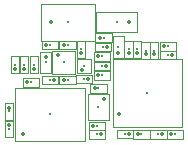
<source format=gbr>
%TF.GenerationSoftware,KiCad,Pcbnew,(7.0.0)*%
%TF.CreationDate,2023-06-03T14:39:28-04:00*%
%TF.ProjectId,headstage-neuropix1e,68656164-7374-4616-9765-2d6e6575726f,A*%
%TF.SameCoordinates,Original*%
%TF.FileFunction,Component,L4,Bot*%
%TF.FilePolarity,Positive*%
%FSLAX46Y46*%
G04 Gerber Fmt 4.6, Leading zero omitted, Abs format (unit mm)*
G04 Created by KiCad (PCBNEW (7.0.0)) date 2023-06-03 14:39:28*
%MOMM*%
%LPD*%
G01*
G04 APERTURE LIST*
%TA.AperFunction,ComponentMain*%
%ADD10C,0.300000*%
%TD*%
%TA.AperFunction,ComponentOutline,Courtyard*%
%ADD11C,0.100000*%
%TD*%
%TA.AperFunction,ComponentPin*%
%ADD12P,0.360000X4X0.000000*%
%TD*%
%TA.AperFunction,ComponentPin*%
%ADD13C,0.000000*%
%TD*%
G04 APERTURE END LIST*
D10*
%TO.C,"U1"*%
%TO.CFtp,"MICROCHIP_TDFN-6-1EP_1.6x1.6mm_P0.5mm_EP0.5x1.4mm"*%
%TO.CVal,"MIC5335-JGYMT"*%
%TO.CLbN,"jonnew"*%
%TO.CMnt,SMD*%
%TO.CRot,90*%
X140250000Y-91900000D03*
D11*
X141249999Y-92899999D02*
X139250001Y-92899999D01*
X139250001Y-90900001D01*
X141249999Y-90900001D01*
X141249999Y-92899999D01*
D12*
%TO.P,"U1","1","VIN"*%
X139750000Y-91250000D03*
D13*
%TO.P,"U1","2","GND"*%
X140250000Y-91250000D03*
%TO.P,"U1","3","EN2"*%
X140750000Y-91250000D03*
%TO.P,"U1","4","EN1"*%
X140750000Y-92550000D03*
%TO.P,"U1","5","VOUT2"*%
X140250000Y-92550000D03*
%TO.P,"U1","6","VOUT1"*%
X139750000Y-92550000D03*
%TO.P,"U1","7","GND"*%
X140250000Y-91900000D03*
%TD*%
D10*
%TO.C,"C6"*%
%TO.CFtp,"C_0201_0603Metric"*%
%TO.CVal,"1uF"*%
%TO.CLbN,"Capacitor_SMD"*%
%TO.CMnt,SMD*%
%TO.CRot,-90*%
X136150000Y-92100000D03*
D11*
X136499999Y-92799999D02*
X135800001Y-92799999D01*
X135800001Y-91400001D01*
X136499999Y-91400001D01*
X136499999Y-92799999D01*
D12*
%TO.P,"C6","1"*%
X136150000Y-92420000D03*
D13*
%TO.P,"C6","2"*%
X136150000Y-91780000D03*
%TD*%
D10*
%TO.C,"U6"*%
%TO.CFtp,"MICROCHIP_VFLGA4-2.0x1.6"*%
%TO.CVal,"DSC6101MA3B-PROGT"*%
%TO.CLbN,"jonnew"*%
%TO.CMnt,SMD*%
%TO.CRot,0*%
X143200000Y-95700000D03*
D11*
X144099999Y-96799999D02*
X142300001Y-96799999D01*
X142300001Y-94600001D01*
X144099999Y-94600001D01*
X144099999Y-96799999D01*
D12*
%TO.P,"U6","1","EN"*%
X143675000Y-94975000D03*
D13*
%TO.P,"U6","4","VCC"*%
X142725000Y-94925000D03*
%TO.P,"U6","3","OUT"*%
X142725000Y-96475000D03*
%TO.P,"U6","2","GND"*%
X143675000Y-96475000D03*
%TD*%
D10*
%TO.C,"R16"*%
%TO.CFtp,"R_0201_0603Metric"*%
%TO.CVal,"7.15k"*%
%TO.CLbN,"Resistor_SMD"*%
%TO.CMnt,SMD*%
%TO.CRot,-90*%
X141700000Y-90800000D03*
D11*
X142049999Y-91499999D02*
X141350001Y-91499999D01*
X141350001Y-90100001D01*
X142049999Y-90100001D01*
X142049999Y-91499999D01*
D12*
%TO.P,"R16","1"*%
X141700000Y-91120000D03*
D13*
%TO.P,"R16","2"*%
X141700000Y-90480000D03*
%TD*%
D10*
%TO.C,"C26"*%
%TO.CFtp,"C_0201_0603Metric"*%
%TO.CVal,"0.1uF"*%
%TO.CLbN,"Capacitor_SMD"*%
%TO.CMnt,SMD*%
%TO.CRot,180*%
X140600000Y-90450000D03*
D11*
X141299999Y-90799999D02*
X139900001Y-90799999D01*
X139900001Y-90100001D01*
X141299999Y-90100001D01*
X141299999Y-90799999D01*
D12*
%TO.P,"C26","1"*%
X140280000Y-90450000D03*
D13*
%TO.P,"C26","2"*%
X140920000Y-90450000D03*
%TD*%
D10*
%TO.C,"C8"*%
%TO.CFtp,"C_0201_0603Metric"*%
%TO.CVal,"1uF"*%
%TO.CLbN,"Capacitor_SMD"*%
%TO.CMnt,SMD*%
%TO.CRot,-90*%
X136900000Y-92100000D03*
D11*
X137249999Y-92799999D02*
X136550001Y-92799999D01*
X136550001Y-91400001D01*
X137249999Y-91400001D01*
X137249999Y-92799999D01*
D12*
%TO.P,"C8","1"*%
X136900000Y-92420000D03*
D13*
%TO.P,"C8","2"*%
X136900000Y-91780000D03*
%TD*%
D10*
%TO.C,"C5"*%
%TO.CFtp,"C_0201_0603Metric"*%
%TO.CVal,"1uF"*%
%TO.CLbN,"Capacitor_SMD"*%
%TO.CMnt,SMD*%
%TO.CRot,-90*%
X137750000Y-92100000D03*
D11*
X138099999Y-92799999D02*
X137400001Y-92799999D01*
X137400001Y-91400001D01*
X138099999Y-91400001D01*
X138099999Y-92799999D01*
D12*
%TO.P,"C5","1"*%
X137750000Y-92420000D03*
D13*
%TO.P,"C5","2"*%
X137750000Y-91780000D03*
%TD*%
D10*
%TO.C,"R9"*%
%TO.CFtp,"R_0201_0603Metric"*%
%TO.CVal,"10k"*%
%TO.CLbN,"Resistor_SMD"*%
%TO.CMnt,SMD*%
%TO.CRot,180*%
X143500000Y-93000000D03*
D11*
X144199999Y-93349999D02*
X142800001Y-93349999D01*
X142800001Y-92650001D01*
X144199999Y-92650001D01*
X144199999Y-93349999D01*
D12*
%TO.P,"R9","1"*%
X143180000Y-93000000D03*
D13*
%TO.P,"R9","2"*%
X143820000Y-93000000D03*
%TD*%
D10*
%TO.C,"R6"*%
%TO.CFtp,"R_0201_0603Metric"*%
%TO.CVal,"1k"*%
%TO.CLbN,"Resistor_SMD"*%
%TO.CMnt,SMD*%
%TO.CRot,180*%
X149100000Y-90550000D03*
D11*
X149799999Y-90899999D02*
X148400001Y-90899999D01*
X148400001Y-90200001D01*
X149799999Y-90200001D01*
X149799999Y-90899999D01*
D12*
%TO.P,"R6","1"*%
X148780000Y-90550000D03*
D13*
%TO.P,"R6","2"*%
X149420000Y-90550000D03*
%TD*%
D10*
%TO.C,"U8"*%
%TO.CFtp,"LGA-28_5.2x3.8mm_P0.5mm"*%
%TO.CVal,"BNO055"*%
%TO.CLbN,"Package_LGA"*%
%TO.CMnt,SMD*%
%TO.CRot,180*%
X139100000Y-96300000D03*
D11*
X142079999Y-98549999D02*
X136120001Y-98549999D01*
X136120001Y-94050001D01*
X142079999Y-94050001D01*
X142079999Y-98549999D01*
D12*
%TO.P,"U8","1","PIN1"*%
X136850000Y-97962500D03*
D13*
%TO.P,"U8","28","VDDIO"*%
X137350000Y-97962500D03*
%TO.P,"U8","27","XIN32"*%
X137850000Y-97962500D03*
%TO.P,"U8","26","XOUT32"*%
X138350000Y-97962500D03*
%TO.P,"U8","25","GNDIO"*%
X138850000Y-97962500D03*
%TO.P,"U8","24","PIN24"*%
X139350000Y-97962500D03*
%TO.P,"U8","23","PIN23"*%
X139850000Y-97962500D03*
%TO.P,"U8","22","PIN22"*%
X140350000Y-97962500D03*
%TO.P,"U8","21","PIN21"*%
X140850000Y-97962500D03*
%TO.P,"U8","20","COM0"*%
X141350000Y-97962500D03*
%TO.P,"U8","19","COM1"*%
X141487500Y-97050000D03*
%TO.P,"U8","18","COM2"*%
X141487500Y-96550000D03*
%TO.P,"U8","17","COM3"*%
X141487500Y-96050000D03*
%TO.P,"U8","16","GNDIO"*%
X141487500Y-95550000D03*
%TO.P,"U8","15","GNDIO"*%
X141350000Y-94637500D03*
%TO.P,"U8","14","INT"*%
X140850000Y-94637500D03*
%TO.P,"U8","13","PIN13"*%
X140350000Y-94637500D03*
%TO.P,"U8","12","PIN12"*%
X139850000Y-94637500D03*
%TO.P,"U8","11","~{RESET}"*%
X139350000Y-94637500D03*
%TO.P,"U8","10","BL_IND"*%
X138850000Y-94637500D03*
%TO.P,"U8","9","CAP"*%
X138350000Y-94637500D03*
%TO.P,"U8","8","PIN8"*%
X137850000Y-94637500D03*
%TO.P,"U8","7","PIN7"*%
X137350000Y-94637500D03*
%TO.P,"U8","6","PS0"*%
X136850000Y-94637500D03*
%TO.P,"U8","5","PS1"*%
X136712500Y-95550000D03*
%TO.P,"U8","4","~{BOOT_LOAD_PIN}"*%
X136712500Y-96050000D03*
%TO.P,"U8","3","VDD"*%
X136712500Y-96550000D03*
%TO.P,"U8","2","GND"*%
X136712500Y-97050000D03*
%TD*%
D10*
%TO.C,"R3"*%
%TO.CFtp,"R_0201_0603Metric"*%
%TO.CVal,"2k"*%
%TO.CLbN,"Resistor_SMD"*%
%TO.CMnt,SMD*%
%TO.CRot,180*%
X139100000Y-90450000D03*
D11*
X139799999Y-90799999D02*
X138400001Y-90799999D01*
X138400001Y-90100001D01*
X139799999Y-90100001D01*
X139799999Y-90799999D01*
D12*
%TO.P,"R3","1"*%
X138780000Y-90450000D03*
D13*
%TO.P,"R3","2"*%
X139420000Y-90450000D03*
%TD*%
D10*
%TO.C,"C12"*%
%TO.CFtp,"C_0201_0603Metric"*%
%TO.CVal,"0.1uF"*%
%TO.CLbN,"Capacitor_SMD"*%
%TO.CMnt,SMD*%
%TO.CRot,0*%
X145450000Y-97950000D03*
D11*
X146149999Y-98299999D02*
X144750001Y-98299999D01*
X144750001Y-97600001D01*
X146149999Y-97600001D01*
X146149999Y-98299999D01*
D12*
%TO.P,"C12","1"*%
X145770000Y-97950000D03*
D13*
%TO.P,"C12","2"*%
X145130000Y-97950000D03*
%TD*%
D10*
%TO.C,"C10"*%
%TO.CFtp,"C_0201_0603Metric"*%
%TO.CVal,"0.1uF"*%
%TO.CLbN,"Capacitor_SMD"*%
%TO.CMnt,SMD*%
%TO.CRot,180*%
X149680000Y-98000000D03*
D11*
X150379999Y-98349999D02*
X148980001Y-98349999D01*
X148980001Y-97650001D01*
X150379999Y-97650001D01*
X150379999Y-98349999D01*
D12*
%TO.P,"C10","1"*%
X149360000Y-98000000D03*
D13*
%TO.P,"C10","2"*%
X150000000Y-98000000D03*
%TD*%
D10*
%TO.C,"C2"*%
%TO.CFtp,"C_0201_0603Metric"*%
%TO.CVal,"1uF"*%
%TO.CLbN,"Capacitor_SMD"*%
%TO.CMnt,SMD*%
%TO.CRot,0*%
X139100000Y-93400000D03*
D11*
X139799999Y-93749999D02*
X138400001Y-93749999D01*
X138400001Y-93050001D01*
X139799999Y-93050001D01*
X139799999Y-93749999D01*
D12*
%TO.P,"C2","1"*%
X139420000Y-93400000D03*
D13*
%TO.P,"C2","2"*%
X138780000Y-93400000D03*
%TD*%
D10*
%TO.C,"C22"*%
%TO.CFtp,"C_0201_0603Metric"*%
%TO.CVal,"0.1uF"*%
%TO.CLbN,"Capacitor_SMD"*%
%TO.CMnt,SMD*%
%TO.CRot,-90*%
X147900000Y-90900000D03*
D11*
X148249999Y-91599999D02*
X147550001Y-91599999D01*
X147550001Y-90200001D01*
X148249999Y-90200001D01*
X148249999Y-91599999D01*
D12*
%TO.P,"C22","1"*%
X147900000Y-91220000D03*
D13*
%TO.P,"C22","2"*%
X147900000Y-90580000D03*
%TD*%
D10*
%TO.C,"C9"*%
%TO.CFtp,"C_0201_0603Metric"*%
%TO.CVal,"10nF"*%
%TO.CLbN,"Capacitor_SMD"*%
%TO.CMnt,SMD*%
%TO.CRot,0*%
X148280000Y-98000000D03*
D11*
X148979999Y-98349999D02*
X147580001Y-98349999D01*
X147580001Y-97650001D01*
X148979999Y-97650001D01*
X148979999Y-98349999D01*
D12*
%TO.P,"C9","1"*%
X148600000Y-98000000D03*
D13*
%TO.P,"C9","2"*%
X147960000Y-98000000D03*
%TD*%
D10*
%TO.C,"C3"*%
%TO.CFtp,"C_0402_1005Metric"*%
%TO.CVal,"10uF"*%
%TO.CLbN,"Capacitor_SMD"*%
%TO.CMnt,SMD*%
%TO.CRot,90*%
X138750000Y-91900000D03*
D11*
X139209999Y-92809999D02*
X138290001Y-92809999D01*
X138290001Y-90990001D01*
X139209999Y-90990001D01*
X139209999Y-92809999D01*
D12*
%TO.P,"C3","1"*%
X138750000Y-91420000D03*
D13*
%TO.P,"C3","2"*%
X138750000Y-92380000D03*
%TD*%
D10*
%TO.C,"C1"*%
%TO.CFtp,"C_0201_0603Metric"*%
%TO.CVal,"1uF"*%
%TO.CLbN,"Capacitor_SMD"*%
%TO.CMnt,SMD*%
%TO.CRot,180*%
X140600000Y-93400000D03*
D11*
X141299999Y-93749999D02*
X139900001Y-93749999D01*
X139900001Y-93050001D01*
X141299999Y-93050001D01*
X141299999Y-93749999D01*
D12*
%TO.P,"C1","1"*%
X140280000Y-93400000D03*
D13*
%TO.P,"C1","2"*%
X140920000Y-93400000D03*
%TD*%
D10*
%TO.C,"C11"*%
%TO.CFtp,"C_0201_0603Metric"*%
%TO.CVal,"10nF"*%
%TO.CLbN,"Capacitor_SMD"*%
%TO.CMnt,SMD*%
%TO.CRot,180*%
X146850000Y-98000000D03*
D11*
X147549999Y-98349999D02*
X146150001Y-98349999D01*
X146150001Y-97650001D01*
X147549999Y-97650001D01*
X147549999Y-98349999D01*
D12*
%TO.P,"C11","1"*%
X146530000Y-98000000D03*
D13*
%TO.P,"C11","2"*%
X147170000Y-98000000D03*
%TD*%
D10*
%TO.C,"R7"*%
%TO.CFtp,"R_0201_0603Metric"*%
%TO.CVal,"10k"*%
%TO.CLbN,"Resistor_SMD"*%
%TO.CMnt,SMD*%
%TO.CRot,0*%
X149100000Y-91250000D03*
D11*
X149799999Y-91599999D02*
X148400001Y-91599999D01*
X148400001Y-90900001D01*
X149799999Y-90900001D01*
X149799999Y-91599999D01*
D12*
%TO.P,"R7","1"*%
X149420000Y-91250000D03*
D13*
%TO.P,"R7","2"*%
X148780000Y-91250000D03*
%TD*%
D10*
%TO.C,"L2"*%
%TO.CFtp,"L_0805_2012Metric"*%
%TO.CVal,"ASMPH-0805-4R7M-T"*%
%TO.CLbN,"Inductor_SMD"*%
%TO.CMnt,SMD*%
%TO.CRot,0*%
X144750000Y-88500000D03*
D11*
X146499999Y-89349999D02*
X143000001Y-89349999D01*
X143000001Y-87650001D01*
X146499999Y-87650001D01*
X146499999Y-89349999D01*
D12*
%TO.P,"L2","1","1"*%
X145812500Y-88500000D03*
D13*
%TO.P,"L2","2","2"*%
X143687500Y-88500000D03*
%TD*%
D10*
%TO.C,"U7"*%
%TO.CFtp,"ST_WLCSP5-0.959x1.073"*%
%TO.CVal,"M24C64-FCS6TP/K"*%
%TO.CLbN,"jonnew"*%
%TO.CMnt,SMD*%
%TO.CRot,180*%
X142000000Y-92200000D03*
D11*
X142599999Y-92799999D02*
X141400001Y-92799999D01*
X141400001Y-91600001D01*
X142599999Y-91600001D01*
X142599999Y-92799999D01*
D12*
%TO.P,"U7","A1","VCC"*%
X141800000Y-92546500D03*
D13*
%TO.P,"U7","C3","SCL"*%
X142200000Y-91853500D03*
%TO.P,"U7","C1","~{WC}"*%
X141800000Y-91853500D03*
%TO.P,"U7","B2","SDA"*%
X142000000Y-92200000D03*
%TO.P,"U7","A3","VSS"*%
X142200000Y-92546500D03*
%TD*%
D10*
%TO.C,"C29"*%
%TO.CFtp,"C_0201_0603Metric"*%
%TO.CVal,"0.1uF"*%
%TO.CLbN,"Capacitor_SMD"*%
%TO.CMnt,SMD*%
%TO.CRot,0*%
X142000000Y-93300000D03*
D11*
X142699999Y-93649999D02*
X141300001Y-93649999D01*
X141300001Y-92950001D01*
X142699999Y-92950001D01*
X142699999Y-93649999D01*
D12*
%TO.P,"C29","1"*%
X142320000Y-93300000D03*
D13*
%TO.P,"C29","2"*%
X141680000Y-93300000D03*
%TD*%
D10*
%TO.C,"R8"*%
%TO.CFtp,"R_0201_0603Metric"*%
%TO.CVal,"10k"*%
%TO.CLbN,"Resistor_SMD"*%
%TO.CMnt,SMD*%
%TO.CRot,180*%
X143500000Y-91400000D03*
D11*
X144199999Y-91749999D02*
X142800001Y-91749999D01*
X142800001Y-91050001D01*
X144199999Y-91050001D01*
X144199999Y-91749999D01*
D12*
%TO.P,"R8","1"*%
X143180000Y-91400000D03*
D13*
%TO.P,"R8","2"*%
X143820000Y-91400000D03*
%TD*%
D10*
%TO.C,"C32"*%
%TO.CFtp,"C_0201_0603Metric"*%
%TO.CVal,"0.1uF"*%
%TO.CLbN,"Capacitor_SMD"*%
%TO.CMnt,SMD*%
%TO.CRot,180*%
X137500000Y-93600000D03*
D11*
X138199999Y-93949999D02*
X136800001Y-93949999D01*
X136800001Y-93250001D01*
X138199999Y-93250001D01*
X138199999Y-93949999D01*
D12*
%TO.P,"C32","1"*%
X137180000Y-93600000D03*
D13*
%TO.P,"C32","2"*%
X137820000Y-93600000D03*
%TD*%
D10*
%TO.C,"C15"*%
%TO.CFtp,"C_0402_1005Metric"*%
%TO.CVal,"10uF"*%
%TO.CLbN,"Capacitor_SMD"*%
%TO.CMnt,SMD*%
%TO.CRot,-90*%
X144900000Y-90600000D03*
D11*
X145359999Y-91509999D02*
X144440001Y-91509999D01*
X144440001Y-89690001D01*
X145359999Y-89690001D01*
X145359999Y-91509999D01*
D12*
%TO.P,"C15","1"*%
X144900000Y-91080000D03*
D13*
%TO.P,"C15","2"*%
X144900000Y-90120000D03*
%TD*%
D10*
%TO.C,"C14"*%
%TO.CFtp,"C_0201_0603Metric"*%
%TO.CVal,"0.1uF"*%
%TO.CLbN,"Capacitor_SMD"*%
%TO.CMnt,SMD*%
%TO.CRot,-90*%
X146450000Y-90800000D03*
D11*
X146799999Y-91499999D02*
X146100001Y-91499999D01*
X146100001Y-90100001D01*
X146799999Y-90100001D01*
X146799999Y-91499999D01*
D12*
%TO.P,"C14","1"*%
X146450000Y-91120000D03*
D13*
%TO.P,"C14","2"*%
X146450000Y-90480000D03*
%TD*%
D10*
%TO.C,"L3"*%
%TO.CFtp,"L_0201_0603Metric"*%
%TO.CVal,"BLF03RD501GZED"*%
%TO.CLbN,"Inductor_SMD"*%
%TO.CMnt,SMD*%
%TO.CRot,0*%
X143600000Y-90600000D03*
D11*
X144299999Y-90949999D02*
X142900001Y-90949999D01*
X142900001Y-90250001D01*
X144299999Y-90250001D01*
X144299999Y-90949999D01*
D12*
%TO.P,"L3","1","1"*%
X143920000Y-90600000D03*
D13*
%TO.P,"L3","2","2"*%
X143280000Y-90600000D03*
%TD*%
D10*
%TO.C,"R17"*%
%TO.CFtp,"R_0201_0603Metric"*%
%TO.CVal,"22"*%
%TO.CLbN,"Resistor_SMD"*%
%TO.CMnt,SMD*%
%TO.CRot,180*%
X143100000Y-97300000D03*
D11*
X143799999Y-97649999D02*
X142400001Y-97649999D01*
X142400001Y-96950001D01*
X143799999Y-96950001D01*
X143799999Y-97649999D01*
D12*
%TO.P,"R17","1"*%
X142780000Y-97300000D03*
D13*
%TO.P,"R17","2"*%
X143420000Y-97300000D03*
%TD*%
D10*
%TO.C,"C24"*%
%TO.CFtp,"C_0201_0603Metric"*%
%TO.CVal,"1uF"*%
%TO.CLbN,"Capacitor_SMD"*%
%TO.CMnt,SMD*%
%TO.CRot,0*%
X143500000Y-92200000D03*
D11*
X144199999Y-92549999D02*
X142800001Y-92549999D01*
X142800001Y-91850001D01*
X144199999Y-91850001D01*
X144199999Y-92549999D01*
D12*
%TO.P,"C24","1"*%
X143820000Y-92200000D03*
D13*
%TO.P,"C24","2"*%
X143180000Y-92200000D03*
%TD*%
D10*
%TO.C,"C31"*%
%TO.CFtp,"C_0201_0603Metric"*%
%TO.CVal,"0.1uF"*%
%TO.CLbN,"Capacitor_SMD"*%
%TO.CMnt,SMD*%
%TO.CRot,90*%
X135650000Y-97550000D03*
D11*
X135999999Y-98249999D02*
X135300001Y-98249999D01*
X135300001Y-96850001D01*
X135999999Y-96850001D01*
X135999999Y-98249999D01*
D12*
%TO.P,"C31","1"*%
X135650000Y-97230000D03*
D13*
%TO.P,"C31","2"*%
X135650000Y-97870000D03*
%TD*%
D10*
%TO.C,"C28"*%
%TO.CFtp,"C_0201_0603Metric"*%
%TO.CVal,"27pF"*%
%TO.CLbN,"Capacitor_SMD"*%
%TO.CMnt,SMD*%
%TO.CRot,0*%
X143100000Y-98000000D03*
D11*
X143799999Y-98349999D02*
X142400001Y-98349999D01*
X142400001Y-97650001D01*
X143799999Y-97650001D01*
X143799999Y-98349999D01*
D12*
%TO.P,"C28","1"*%
X143420000Y-98000000D03*
D13*
%TO.P,"C28","2"*%
X142780000Y-98000000D03*
%TD*%
D10*
%TO.C,"R4"*%
%TO.CFtp,"R_0201_0603Metric"*%
%TO.CVal,"2k"*%
%TO.CLbN,"Resistor_SMD"*%
%TO.CMnt,SMD*%
%TO.CRot,180*%
X143650000Y-89800000D03*
D11*
X144349999Y-90149999D02*
X142950001Y-90149999D01*
X142950001Y-89450001D01*
X144349999Y-89450001D01*
X144349999Y-90149999D01*
D12*
%TO.P,"R4","1"*%
X143330000Y-89800000D03*
D13*
%TO.P,"R4","2"*%
X143970000Y-89800000D03*
%TD*%
D10*
%TO.C,"C30"*%
%TO.CFtp,"C_0201_0603Metric"*%
%TO.CVal,"0.1uF"*%
%TO.CLbN,"Capacitor_SMD"*%
%TO.CMnt,SMD*%
%TO.CRot,90*%
X135650000Y-96050000D03*
D11*
X135999999Y-96749999D02*
X135300001Y-96749999D01*
X135300001Y-95350001D01*
X135999999Y-95350001D01*
X135999999Y-96749999D01*
D12*
%TO.P,"C30","1"*%
X135650000Y-95730000D03*
D13*
%TO.P,"C30","2"*%
X135650000Y-96370000D03*
%TD*%
D10*
%TO.C,"C13"*%
%TO.CFtp,"C_0201_0603Metric"*%
%TO.CVal,"10nF"*%
%TO.CLbN,"Capacitor_SMD"*%
%TO.CMnt,SMD*%
%TO.CRot,-90*%
X145750000Y-90800000D03*
D11*
X146099999Y-91499999D02*
X145400001Y-91499999D01*
X145400001Y-90100001D01*
X146099999Y-90100001D01*
X146099999Y-91499999D01*
D12*
%TO.P,"C13","1"*%
X145750000Y-91120000D03*
D13*
%TO.P,"C13","2"*%
X145750000Y-90480000D03*
%TD*%
D10*
%TO.C,"U4"*%
%TO.CFtp,"TI_RTV0032A"*%
%TO.CVal,"DS90UB933TRTVTQ1"*%
%TO.CLbN,"jonnew"*%
%TO.CMnt,SMD*%
%TO.CRot,180*%
X147350000Y-94500000D03*
D11*
X150249999Y-97399999D02*
X144450001Y-97399999D01*
X144450001Y-91600001D01*
X150249999Y-91600001D01*
X150249999Y-97399999D01*
D12*
%TO.P,"U4","1","HSYNC"*%
X144950000Y-96250000D03*
D13*
%TO.P,"U4","33","GND(DAP)"*%
X147350000Y-94500000D03*
%TO.P,"U4","32","DIN_11"*%
X145600000Y-96900000D03*
%TO.P,"U4","31","DIN_10"*%
X146100000Y-96900000D03*
%TO.P,"U4","30","DIN_9"*%
X146600000Y-96900000D03*
%TO.P,"U4","29","DIN_8"*%
X147100000Y-96900000D03*
%TO.P,"U4","28","VDDD"*%
X147600000Y-96900000D03*
%TO.P,"U4","27","DIN_7"*%
X148100000Y-96900000D03*
%TO.P,"U4","26","DIN_6"*%
X148600000Y-96900000D03*
%TO.P,"U4","25","VDDIO"*%
X149100000Y-96900000D03*
%TO.P,"U4","24","DIN_5"*%
X149750000Y-96250000D03*
%TO.P,"U4","23","DIN_4"*%
X149750000Y-95750000D03*
%TO.P,"U4","22","DIN_3"*%
X149750000Y-95250001D03*
%TO.P,"U4","21","DIN_2"*%
X149750000Y-94750000D03*
%TO.P,"U4","20","DIN_1"*%
X149750000Y-94250000D03*
%TO.P,"U4","19","DIN_0"*%
X149750000Y-93750000D03*
%TO.P,"U4","18","GPIO3/CLKIN"*%
X149750000Y-93250000D03*
%TO.P,"U4","17","GPIO2/CLK0"*%
X149750000Y-92750000D03*
%TO.P,"U4","16","GPIO1"*%
X149100000Y-92100000D03*
%TO.P,"U4","15","GPIO0"*%
X148600000Y-92100000D03*
%TO.P,"U4","14","VDDCML"*%
X148100000Y-92100000D03*
%TO.P,"U4","13","DOUTP"*%
X147600000Y-92100000D03*
%TO.P,"U4","12","DOUTN"*%
X147100000Y-92100000D03*
%TO.P,"U4","11","VDDT"*%
X146600000Y-92100000D03*
%TO.P,"U4","10","VDDPLL"*%
X146100000Y-92100000D03*
%TO.P,"U4","9","PDB"*%
X145600000Y-92100000D03*
%TO.P,"U4","8","MODE"*%
X144950000Y-92750000D03*
%TO.P,"U4","7","RES"*%
X144950000Y-93250000D03*
%TO.P,"U4","6","ID[X]"*%
X144950000Y-93750000D03*
%TO.P,"U4","5","SDA"*%
X144950000Y-94250000D03*
%TO.P,"U4","4","SCL"*%
X144950000Y-94750000D03*
%TO.P,"U4","3","PCLK"*%
X144950000Y-95250000D03*
%TO.P,"U4","2","VSYNC"*%
X144950000Y-95750000D03*
%TD*%
D10*
%TO.C,"L1"*%
%TO.CFtp,"L_1210_3225Metric"*%
%TO.CVal,"CBC3225T101MR"*%
%TO.CLbN,"Inductor_SMD"*%
%TO.CMnt,SMD*%
%TO.CRot,180*%
X140600000Y-88500000D03*
D11*
X142879999Y-90079999D02*
X138320001Y-90079999D01*
X138320001Y-86920001D01*
X142879999Y-86920001D01*
X142879999Y-90079999D01*
D12*
%TO.P,"L1","1","1"*%
X139200000Y-88500000D03*
D13*
%TO.P,"L1","2","2"*%
X142000000Y-88500000D03*
%TD*%
D10*
%TO.C,"C27"*%
%TO.CFtp,"C_0201_0603Metric"*%
%TO.CVal,"10nF"*%
%TO.CLbN,"Capacitor_SMD"*%
%TO.CMnt,SMD*%
%TO.CRot,180*%
X143200000Y-94100000D03*
D11*
X143899999Y-94449999D02*
X142500001Y-94449999D01*
X142500001Y-93750001D01*
X143899999Y-93750001D01*
X143899999Y-94449999D01*
D12*
%TO.P,"C27","1"*%
X142880000Y-94100000D03*
D13*
%TO.P,"C27","2"*%
X143520000Y-94100000D03*
%TD*%
D10*
%TO.C,"C23"*%
%TO.CFtp,"C_0201_0603Metric"*%
%TO.CVal,"47nF"*%
%TO.CLbN,"Capacitor_SMD"*%
%TO.CMnt,SMD*%
%TO.CRot,-90*%
X147200000Y-90900000D03*
D11*
X147549999Y-91599999D02*
X146850001Y-91599999D01*
X146850001Y-90200001D01*
X147549999Y-90200001D01*
X147549999Y-91599999D01*
D12*
%TO.P,"C23","1"*%
X147200000Y-91220000D03*
D13*
%TO.P,"C23","2"*%
X147200000Y-90580000D03*
%TD*%
M02*

</source>
